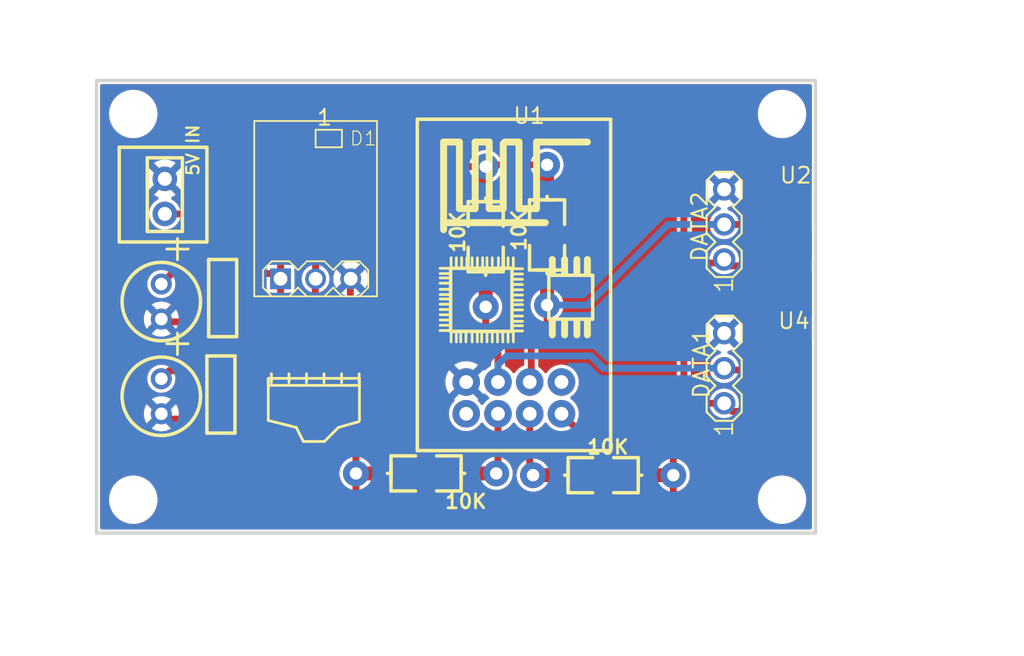
<source format=kicad_pcb>
(kicad_pcb (version 20211014) (generator pcbnew)
  (layers (0 "F.Cu" signal) (31 "B.Cu" signal) (34 "B.Paste" user) (35 "F.Paste" user) (36 "B.SilkS" user "B.Silkscreen") (37 "F.SilkS" user "F.Silkscreen") (38 "B.Mask" user) (39 "F.Mask" user) (44 "Edge.Cuts" user))
  (net 0 "")
  (net 1 "LED_DATA_2")
  (net 2 "LED_DATA_1")
  (net 3 "GND")
  (net 4 "+5V")
  (net 5 "3V3")
  (net 6 "U1_7")
  (net 7 "U1_6")
  (net 8 "U1_4")
  (net 9 "U1_5")
  (net 10 "U3_4")
  (footprint "easyeda:5V IN" (layer "F.Cu") (at 120.015 105.664 180)
    (fp_text reference "P1" hide)
    (fp_text value "5V IN" (at 3.048 5.207 -90) (layer "F.SilkS") (effects (font (size 0.9 0.9) (thickness 0.16)) (justify left)))
    (fp_line (start 2.032 7.366) (end 2.032 0.508) (layer "F.SilkS") (width 0.254))
    (fp_line (start 8.382 0.508) (end 8.382 7.366) (layer "F.SilkS") (width 0.254))
    (fp_line (start 6.35 6.604) (end 6.35 1.27) (layer "F.SilkS") (width 0.254))
    (fp_line (start 3.048 0.508) (end 8.382 0.508) (layer "F.SilkS") (width 0.254))
    (fp_line (start 8.382 7.366) (end 2.032 7.366) (layer "F.SilkS") (width 0.254))
    (fp_line (start 3.81 1.27) (end 3.81 6.604) (layer "F.SilkS") (width 0.254))
    (fp_line (start 3.81 6.604) (end 6.35 6.604) (layer "F.SilkS") (width 0.254))
    (fp_line (start 6.35 1.27) (end 3.81 1.27) (layer "F.SilkS") (width 0.254))
    (fp_line (start 2.032 0.508) (end 3.048 0.508) (layer "F.SilkS") (width 0.254))
    (pad "1" thru_hole circle locked (at 5.08 2.54 180) (size 1.778 1.778) (drill 1.016) (layers *.Cu *.Paste *.Mask) (net 4 "+5V"))
    (pad "2" thru_hole circle locked (at 5.08 5.08 180) (size 1.778 1.778) (drill 1.016) (layers *.Cu *.Paste *.Mask) (net 3 "GND"))
  )
  (footprint "easyeda:AXIAL-0.4 10K" (layer "F.Cu") (at 138.176 104.775 90)
    (fp_text reference "R1" hide)
    (fp_text value "10K" (at -1.27 -2.032 90) (layer "F.SilkS") (effects (font (size 1.016 1.016) (thickness 0.203)) (justify left)))
    (fp_line (start 0.762 1.27) (end 2.54 1.27) (layer "F.SilkS") (width 0.254))
    (fp_line (start -2.54 0.762) (end -2.54 0) (layer "F.SilkS") (width 0.254))
    (fp_line (start 2.54 -1.27) (end 0.762 -1.27) (layer "F.SilkS") (width 0.254))
    (fp_line (start -2.54 1.27) (end -0.762 1.27) (layer "F.SilkS") (width 0.254))
    (fp_line (start 2.54 1.27) (end 2.54 -1.27) (layer "F.SilkS") (width 0.254))
    (fp_line (start -2.54 0) (end -2.794 0) (layer "F.SilkS") (width 0.254))
    (fp_line (start -0.762 -1.27) (end -2.54 -1.27) (layer "F.SilkS") (width 0.254))
    (fp_line (start 2.54 -0.762) (end 2.54 0) (layer "F.SilkS") (width 0.254))
    (fp_line (start -2.54 0) (end -2.54 -0.762) (layer "F.SilkS") (width 0.254))
    (fp_line (start -2.54 -1.27) (end -2.54 1.27) (layer "F.SilkS") (width 0.254))
    (fp_line (start 2.54 0) (end 2.54 0.762) (layer "F.SilkS") (width 0.254))
    (fp_line (start 2.54 0) (end 2.794 0) (layer "F.SilkS") (width 0.254))
    (pad "1" smd rect locked (at -1.397 0 90) (size 1.6 1.801) (layers "F.Cu" "F.Paste" "F.Mask") (net 2 "LED_DATA_1"))
    (pad "1" thru_hole circle locked (at -5.08 0 90) (size 1.88 1.88) (drill 0.899) (layers *.Cu *.Paste *.Mask) (net 2 "LED_DATA_1"))
    (pad "1" smd rect locked (at -3.048 0 90) (size 2.794 1.016) (layers "F.Cu" "F.Paste" "F.Mask") (net 2 "LED_DATA_1"))
    (pad "2" smd rect locked (at 3.048 0 90) (size 2.794 1.016) (layers "F.Cu" "F.Paste" "F.Mask") (net 5 "3V3"))
    (pad "2" smd rect locked (at 1.397 0 90) (size 1.6 1.801) (layers "F.Cu" "F.Paste" "F.Mask") (net 5 "3V3"))
    (pad "2" thru_hole circle locked (at 5.08 0 90) (size 1.88 1.88) (drill 0.899) (layers *.Cu *.Paste *.Mask) (net 5 "3V3"))
  )
  (footprint "easyeda:AXIAL-0.4 10K" (layer "F.Cu") (at 142.621 104.648 90)
    (fp_text reference "R2" hide)
    (fp_text value "10K" (at -1.27 -2.032 90) (layer "F.SilkS") (effects (font (size 1.016 1.016) (thickness 0.203)) (justify left)))
    (fp_line (start -0.762 -1.27) (end -2.54 -1.27) (layer "F.SilkS") (width 0.254))
    (fp_line (start 2.54 1.27) (end 2.54 -1.27) (layer "F.SilkS") (width 0.254))
    (fp_line (start 2.54 0) (end 2.794 0) (layer "F.SilkS") (width 0.254))
    (fp_line (start 0.762 1.27) (end 2.54 1.27) (layer "F.SilkS") (width 0.254))
    (fp_line (start 2.54 0) (end 2.54 0.762) (layer "F.SilkS") (width 0.254))
    (fp_line (start -2.54 -1.27) (end -2.54 1.27) (layer "F.SilkS") (width 0.254))
    (fp_line (start 2.54 -1.27) (end 0.762 -1.27) (layer "F.SilkS") (width 0.254))
    (fp_line (start -2.54 0) (end -2.794 0) (layer "F.SilkS") (width 0.254))
    (fp_line (start 2.54 -0.762) (end 2.54 0) (layer "F.SilkS") (width 0.254))
    (fp_line (start -2.54 1.27) (end -0.762 1.27) (layer "F.SilkS") (width 0.254))
    (fp_line (start -2.54 0.762) (end -2.54 0) (layer "F.SilkS") (width 0.254))
    (fp_line (start -2.54 0) (end -2.54 -0.762) (layer "F.SilkS") (width 0.254))
    (pad "1" thru_hole circle locked (at -5.08 0 90) (size 1.88 1.88) (drill 0.899) (layers *.Cu *.Paste *.Mask) (net 1 "LED_DATA_2"))
    (pad "1" smd rect locked (at -3.048 0 90) (size 2.794 1.016) (layers "F.Cu" "F.Paste" "F.Mask") (net 1 "LED_DATA_2"))
    (pad "1" smd rect locked (at -1.397 0 90) (size 1.6 1.801) (layers "F.Cu" "F.Paste" "F.Mask") (net 1 "LED_DATA_2"))
    (pad "2" smd rect locked (at 1.397 0 90) (size 1.6 1.801) (layers "F.Cu" "F.Paste" "F.Mask") (net 5 "3V3"))
    (pad "2" thru_hole circle locked (at 5.08 0 90) (size 1.88 1.88) (drill 0.899) (layers *.Cu *.Paste *.Mask) (net 5 "3V3"))
    (pad "2" smd rect locked (at 3.048 0 90) (size 2.794 1.016) (layers "F.Cu" "F.Paste" "F.Mask") (net 5 "3V3"))
  )
  (footprint "easyeda:CAPACITOR_I" (layer "F.Cu") (at 114.681 115.062 -90)
    (fp_text reference "U7" hide)
    (fp_text value "+" (at -1.143 -1.016 -90) (layer "F.SilkS") (effects (font (size 2.032 2.032) (thickness 0.203)) (justify left)))
    (fp_circle (center 1.27 0) (end 4.11 0) (layer "F.SilkS") (width 0.254) (fill none))
    (pad "1" thru_hole circle locked (at 0 0 270) (size 1.524 1.524) (drill 0.914) (layers *.Cu *.Paste *.Mask) (net 5 "3V3"))
    (pad "2" thru_hole circle locked (at 2.54 0 270) (size 1.524 1.524) (drill 0.914) (layers *.Cu *.Paste *.Mask) (net 3 "GND"))
  )
  (footprint "AutoGenerated:MountingHole_3.00mm" (layer "F.Cu") (at 112.649 123.825)
    (fp_text reference "" (at 0 0) (layer "F.SilkS") (effects (font (size 1.27 1.27))))
    (fp_text value "" (at 0 0) (layer "F.SilkS") (effects (font (size 1.27 1.27))))
    (pad "" np_thru_hole circle locked (at 0 0) (size 3 3) (drill 3) (layers *.Cu *.Mask))
  )
  (footprint "easyeda:3PIN-HEADER" (layer "F.Cu") (at 155.448 116.84 90)
    (fp_text reference "DATA1" (at 0.254 -1.651 90) (layer "F.SilkS") (effects (font (size 1.143 1.143) (thickness 0.152)) (justify left)))
    (fp_text value "1" (at -2.54 0 90) (layer "F.SilkS") (effects (font (size 1.27 1.27) (thickness 0.127)) (justify left)))
    (fp_line (start -0.635 -1.27) (end 0.635 -1.27) (layer "F.SilkS") (width 0.152))
    (fp_line (start -1.27 0.635) (end -1.27 -0.635) (layer "F.SilkS") (width 0.152))
    (fp_line (start 6.35 -0.635) (end 6.35 0.635) (layer "F.SilkS") (width 0.152))
    (fp_line (start -1.27 -0.635) (end -0.635 -1.27) (layer "F.SilkS") (width 0.152))
    (fp_line (start 1.27 0.635) (end 0.635 1.27) (layer "F.SilkS") (width 0.152))
    (fp_line (start 1.27 -0.635) (end 1.905 -1.27) (layer "F.SilkS") (width 0.152))
    (fp_line (start 4.445 -1.27) (end 5.715 -1.27) (layer "F.SilkS") (width 0.152))
    (fp_line (start 3.81 0.635) (end 3.175 1.27) (layer "F.SilkS") (width 0.152))
    (fp_line (start 1.905 1.27) (end 1.27 0.635) (layer "F.SilkS") (width 0.152))
    (fp_line (start 5.715 -1.27) (end 6.35 -0.635) (layer "F.SilkS") (width 0.152))
    (fp_line (start 3.81 -0.635) (end 4.445 -1.27) (layer "F.SilkS") (width 0.152))
    (fp_line (start 5.715 1.27) (end 4.445 1.27) (layer "F.SilkS") (width 0.152))
    (fp_line (start 1.905 -1.27) (end 3.175 -1.27) (layer "F.SilkS") (width 0.152))
    (fp_line (start 0.635 1.27) (end -0.635 1.27) (layer "F.SilkS") (width 0.152))
    (fp_line (start 0.635 -1.27) (end 1.27 -0.635) (layer "F.SilkS") (width 0.152))
    (fp_line (start 3.175 -1.27) (end 3.81 -0.635) (layer "F.SilkS") (width 0.152))
    (fp_line (start 3.175 1.27) (end 1.905 1.27) (layer "F.SilkS") (width 0.152))
    (fp_line (start 4.445 1.27) (end 3.81 0.635) (layer "F.SilkS") (width 0.152))
    (fp_line (start -0.635 1.27) (end -1.27 0.635) (layer "F.SilkS") (width 0.152))
    (fp_line (start 6.35 0.635) (end 5.715 1.27) (layer "F.SilkS") (width 0.152))
    (pad "1" thru_hole circle locked (at 0 0 180) (size 1.626 1.626) (drill oval 1.016 1.021) (layers *.Cu *.Paste *.Mask) (net 4 "+5V"))
    (pad "2" thru_hole circle locked (at 2.54 0 180) (size 1.626 1.626) (drill oval 1.016 1.021) (layers *.Cu *.Paste *.Mask) (net 2 "LED_DATA_1"))
    (pad "3" thru_hole circle locked (at 5.08 0 180) (size 1.626 1.626) (drill oval 1.016 1.021) (layers *.Cu *.Paste *.Mask) (net 3 "GND"))
  )
  (footprint "easyeda:AXIAL-0.4 10K" (layer "F.Cu") (at 146.685 122.047)
    (fp_text reference "R4" hide)
    (fp_text value "10K" (at -1.27 -2.032) (layer "F.SilkS") (effects (font (size 1.016 1.016) (thickness 0.203)) (justify left)))
    (fp_line (start 0.762 1.27) (end 2.54 1.27) (layer "F.SilkS") (width 0.254))
    (fp_line (start -2.54 -1.27) (end -2.54 1.27) (layer "F.SilkS") (width 0.254))
    (fp_line (start 2.54 0) (end 2.794 0) (layer "F.SilkS") (width 0.254))
    (fp_line (start 2.54 0) (end 2.54 0.762) (layer "F.SilkS") (width 0.254))
    (fp_line (start 2.54 1.27) (end 2.54 -1.27) (layer "F.SilkS") (width 0.254))
    (fp_line (start -2.54 0) (end -2.54 -0.762) (layer "F.SilkS") (width 0.254))
    (fp_line (start -2.54 0) (end -2.794 0) (layer "F.SilkS") (width 0.254))
    (fp_line (start 2.54 -0.762) (end 2.54 0) (layer "F.SilkS") (width 0.254))
    (fp_line (start -0.762 -1.27) (end -2.54 -1.27) (layer "F.SilkS") (width 0.254))
    (fp_line (start -2.54 1.27) (end -0.762 1.27) (layer "F.SilkS") (width 0.254))
    (fp_line (start 2.54 -1.27) (end 0.762 -1.27) (layer "F.SilkS") (width 0.254))
    (fp_line (start -2.54 0.762) (end -2.54 0) (layer "F.SilkS") (width 0.254))
    (pad "1" thru_hole circle locked (at -5.08 0) (size 1.88 1.88) (drill 0.899) (layers *.Cu *.Paste *.Mask) (net 6 "U1_7"))
    (pad "1" smd rect locked (at -3.048 0) (size 2.794 1.016) (layers "F.Cu" "F.Paste" "F.Mask") (net 6 "U1_7"))
    (pad "1" smd rect locked (at -1.397 0) (size 1.6 1.801) (layers "F.Cu" "F.Paste" "F.Mask") (net 6 "U1_7"))
    (pad "2" smd rect locked (at 1.397 0) (size 1.6 1.801) (layers "F.Cu" "F.Paste" "F.Mask") (net 5 "3V3"))
    (pad "2" thru_hole circle locked (at 5.08 0) (size 1.88 1.88) (drill 0.899) (layers *.Cu *.Paste *.Mask) (net 5 "3V3"))
    (pad "2" smd rect locked (at 3.048 0) (size 2.794 1.016) (layers "F.Cu" "F.Paste" "F.Mask") (net 5 "3V3"))
  )
  (footprint "easyeda:3PIN-HEADER" (layer "F.Cu") (at 155.448 106.426 90)
    (fp_text reference "DATA2" (at -0.254 -1.778 90) (layer "F.SilkS") (effects (font (size 1.143 1.143) (thickness 0.152)) (justify left)))
    (fp_text value "1" (at -2.54 0 90) (layer "F.SilkS") (effects (font (size 1.27 1.27) (thickness 0.127)) (justify left)))
    (fp_line (start 3.81 0.635) (end 3.175 1.27) (layer "F.SilkS") (width 0.152))
    (fp_line (start 3.175 1.27) (end 1.905 1.27) (layer "F.SilkS") (width 0.152))
    (fp_line (start 6.35 0.635) (end 5.715 1.27) (layer "F.SilkS") (width 0.152))
    (fp_line (start 5.715 1.27) (end 4.445 1.27) (layer "F.SilkS") (width 0.152))
    (fp_line (start 1.905 -1.27) (end 3.175 -1.27) (layer "F.SilkS") (width 0.152))
    (fp_line (start -0.635 1.27) (end -1.27 0.635) (layer "F.SilkS") (width 0.152))
    (fp_line (start 1.27 -0.635) (end 1.905 -1.27) (layer "F.SilkS") (width 0.152))
    (fp_line (start 5.715 -1.27) (end 6.35 -0.635) (layer "F.SilkS") (width 0.152))
    (fp_line (start 1.27 0.635) (end 0.635 1.27) (layer "F.SilkS") (width 0.152))
    (fp_line (start -1.27 -0.635) (end -0.635 -1.27) (layer "F.SilkS") (width 0.152))
    (fp_line (start 1.905 1.27) (end 1.27 0.635) (layer "F.SilkS") (width 0.152))
    (fp_line (start 0.635 1.27) (end -0.635 1.27) (layer "F.SilkS") (width 0.152))
    (fp_line (start -1.27 0.635) (end -1.27 -0.635) (layer "F.SilkS") (width 0.152))
    (fp_line (start 4.445 1.27) (end 3.81 0.635) (layer "F.SilkS") (width 0.152))
    (fp_line (start 6.35 -0.635) (end 6.35 0.635) (layer "F.SilkS") (width 0.152))
    (fp_line (start 3.175 -1.27) (end 3.81 -0.635) (layer "F.SilkS") (width 0.152))
    (fp_line (start 4.445 -1.27) (end 5.715 -1.27) (layer "F.SilkS") (width 0.152))
    (fp_line (start 0.635 -1.27) (end 1.27 -0.635) (layer "F.SilkS") (width 0.152))
    (fp_line (start -0.635 -1.27) (end 0.635 -1.27) (layer "F.SilkS") (width 0.152))
    (fp_line (start 3.81 -0.635) (end 4.445 -1.27) (layer "F.SilkS") (width 0.152))
    (pad "1" thru_hole circle locked (at 0 0 180) (size 1.626 1.626) (drill oval 1.016 1.021) (layers *.Cu *.Paste *.Mask) (net 4 "+5V"))
    (pad "2" thru_hole circle locked (at 2.54 0 180) (size 1.626 1.626) (drill oval 1.016 1.021) (layers *.Cu *.Paste *.Mask) (net 1 "LED_DATA_2"))
    (pad "3" thru_hole circle locked (at 5.08 0 180) (size 1.626 1.626) (drill oval 1.016 1.021) (layers *.Cu *.Paste *.Mask) (net 3 "GND"))
  )
  (footprint "easyeda:3PIN-10MM-LED-STRIP" (layer "F.Cu") (at 159.258 114.427)
    (fp_text reference "U4" (at 0 -3.556) (layer "F.SilkS") (effects (font (size 1.143 1.143) (thickness 0.152)) (justify left)))
    (fp_text value "3Pin-Neopixel" hide)
    (pad "1" smd oval locked (at 0 -3 180) (size 4 2) (layers "F.Cu" "F.Paste" "F.Mask") (net 3 "GND"))
    (pad "2" smd oval locked (at 0 0 180) (size 4 2) (layers "F.Cu" "F.Paste" "F.Mask") (net 2 "LED_DATA_1"))
    (pad "3" smd oval locked (at 0 3 180) (size 4 2) (layers "F.Cu" "F.Paste" "F.Mask") (net 4 "+5V"))
  )
  (footprint "easyeda:CAPACITOR-SMD" (layer "F.Cu") (at 118.999 117.983 90)
    (fp_text reference "C3" hide)
    (fp_text value "CAPACITOR-SMD-0.1uF" hide)
    (fp_line (start -1.016 1.016) (end -1.016 -1.016) (layer "F.SilkS") (width 0.254))
    (fp_line (start 4.572 1.016) (end -1.016 1.016) (layer "F.SilkS") (width 0.254))
    (fp_line (start 4.572 -1.016) (end 4.572 1.016) (layer "F.SilkS") (width 0.254))
    (fp_line (start -1.016 -1.016) (end 4.572 -1.016) (layer "F.SilkS") (width 0.254))
    (pad "1" smd rect locked (at 0 0 90) (size 1.5 1.5) (layers "F.Cu" "F.Paste" "F.Mask") (net 3 "GND"))
    (pad "2" smd rect locked (at 3.5 0 90) (size 1.5 1.5) (layers "F.Cu" "F.Paste" "F.Mask") (net 5 "3V3"))
  )
  (footprint "easyeda:3PIN-10MM-LED-STRIP" (layer "F.Cu") (at 159.385 103.886)
    (fp_text reference "U2" (at 0 -3.556) (layer "F.SilkS") (effects (font (size 1.143 1.143) (thickness 0.152)) (justify left)))
    (fp_text value "3Pin-Neopixel" hide)
    (pad "1" smd oval locked (at 0 -3 180) (size 4 2) (layers "F.Cu" "F.Paste" "F.Mask") (net 3 "GND"))
    (pad "2" smd oval locked (at 0 0 180) (size 4 2) (layers "F.Cu" "F.Paste" "F.Mask") (net 1 "LED_DATA_2"))
    (pad "3" smd oval locked (at 0 3 180) (size 4 2) (layers "F.Cu" "F.Paste" "F.Mask") (net 4 "+5V"))
  )
  (footprint "easyeda:REG-AMS1117-3P" (layer "F.Cu") (at 125.857 102.743)
    (fp_text reference "1" (at 0 -6.604) (layer "F.SilkS") (effects (font (size 1.143 1.143) (thickness 0.152)) (justify left)))
    (fp_text value "D1" (at 2.413 -5.08) (layer "F.SilkS") (effects (font (size 1.016 1.016) (thickness 0.081)) (justify left)))
    (fp_line (start -1.905 3.81) (end -1.27 4.445) (layer "F.SilkS") (width 0.127))
    (fp_line (start 1.905 3.81) (end 3.175 3.81) (layer "F.SilkS") (width 0.127))
    (fp_line (start 0 -4.445) (end 0 -5.715) (layer "F.SilkS") (width 0.127))
    (fp_line (start 3.81 4.445) (end 3.81 5.715) (layer "F.SilkS") (width 0.127))
    (fp_line (start 3.175 3.81) (end 3.81 4.445) (layer "F.SilkS") (width 0.127))
    (fp_line (start -4.445 -6.35) (end -4.445 6.35) (layer "F.SilkS") (width 0.127))
    (fp_line (start -3.81 5.715) (end -3.81 4.445) (layer "F.SilkS") (width 0.127))
    (fp_line (start -0.635 3.81) (end 0.635 3.81) (layer "F.SilkS") (width 0.127))
    (fp_line (start -4.445 6.35) (end 4.445 6.35) (layer "F.SilkS") (width 0.127))
    (fp_line (start -3.175 3.81) (end -1.905 3.81) (layer "F.SilkS") (width 0.127))
    (fp_line (start 4.445 -6.35) (end -4.445 -6.35) (layer "F.SilkS") (width 0.127))
    (fp_line (start 1.27 5.715) (end 0.635 6.35) (layer "F.SilkS") (width 0.127))
    (fp_line (start 1.905 6.35) (end 1.27 5.715) (layer "F.SilkS") (width 0.127))
    (fp_line (start -0.635 6.35) (end -1.27 5.715) (layer "F.SilkS") (width 0.127))
    (fp_line (start -3.81 4.445) (end -3.175 3.81) (layer "F.SilkS") (width 0.127))
    (fp_line (start 1.27 4.445) (end 1.905 3.81) (layer "F.SilkS") (width 0.127))
    (fp_line (start 0 -5.715) (end 1.905 -5.715) (layer "F.SilkS") (width 0.127))
    (fp_line (start 1.905 -5.715) (end 1.905 -4.445) (layer "F.SilkS") (width 0.127))
    (fp_line (start 0.635 3.81) (end 1.27 4.445) (layer "F.SilkS") (width 0.127))
    (fp_line (start 4.445 6.35) (end 4.445 -6.35) (layer "F.SilkS") (width 0.127))
    (fp_line (start 1.905 -4.445) (end 0 -4.445) (layer "F.SilkS") (width 0.127))
    (fp_line (start -3.175 6.35) (end -3.81 5.715) (layer "F.SilkS") (width 0.127))
    (fp_line (start -1.27 5.715) (end -1.905 6.35) (layer "F.SilkS") (width 0.127))
    (fp_line (start 3.81 5.715) (end 3.175 6.35) (layer "F.SilkS") (width 0.127))
    (fp_line (start -1.27 4.445) (end -0.635 3.81) (layer "F.SilkS") (width 0.127))
    (pad "1" thru_hole rect locked (at -2.54 5.08) (size 1.508 1.508) (drill oval 1) (layers *.Cu *.Paste *.Mask) (net 4 "+5V"))
    (pad "2" thru_hole circle locked (at 0 5.08) (size 1.508 1.508) (drill oval 1) (layers *.Cu *.Paste *.Mask) (net 5 "3V3"))
    (pad "3" thru_hole circle locked (at 2.54 5.08) (size 1.508 1.508) (drill oval 1) (layers *.Cu *.Paste *.Mask) (net 3 "GND"))
  )
  (footprint "easyeda:AMS1117" (layer "F.Cu") (at 128.143 112.268)
    (fp_text reference "U3" hide)
    (fp_text value "AMS1117" hide)
    (fp_line (start 0.889 3.274) (end 0.889 5.814) (layer "F.SilkS") (width 0.201))
    (fp_line (start 0.889 2.766) (end 0.889 3.274) (layer "F.SilkS") (width 0.201))
    (fp_line (start -1.651 7.338) (end -3.175 7.338) (layer "F.SilkS") (width 0.201))
    (fp_line (start -3.683 6.322) (end -5.715 5.814) (layer "F.SilkS") (width 0.201))
    (fp_line (start 0.864 3.071) (end 0.864 2.436) (layer "F.SilkS") (width 0.201))
    (fp_line (start -5.715 2.766) (end 0.889 2.766) (layer "F.SilkS") (width 0.201))
    (fp_line (start -5.486 3.071) (end -5.486 2.436) (layer "F.SilkS") (width 0.201))
    (fp_line (start -5.715 3.274) (end -5.715 2.766) (layer "F.SilkS") (width 0.201))
    (fp_line (start -5.715 5.814) (end -5.715 2.766) (layer "F.SilkS") (width 0.201))
    (fp_line (start -0.635 6.322) (end -1.651 7.338) (layer "F.SilkS") (width 0.201))
    (fp_line (start -3.175 7.338) (end -3.683 6.322) (layer "F.SilkS") (width 0.201))
    (fp_line (start 0.889 3.274) (end -5.715 3.274) (layer "F.SilkS") (width 0.201))
    (fp_line (start -4.216 3.071) (end -4.216 2.436) (layer "F.SilkS") (width 0.201))
    (fp_line (start -0.406 3.071) (end -0.406 2.436) (layer "F.SilkS") (width 0.201))
    (fp_line (start 0.846 5.9) (end -0.635 6.322) (layer "F.SilkS") (width 0.201))
    (fp_line (start -2.946 3.071) (end -2.946 2.436) (layer "F.SilkS") (width 0.201))
    (fp_line (start -1.676 3.071) (end -1.676 2.436) (layer "F.SilkS") (width 0.201))
    (pad "1" smd rect locked (at 0.229 -0.102 270) (size 3.81 1.651) (layers "F.Cu" "F.Paste" "F.Mask") (net 3 "GND"))
    (pad "2" smd rect locked (at -2.311 -0.102 270) (size 3.81 1.651) (layers "F.Cu" "F.Paste" "F.Mask") (net 5 "3V3"))
    (pad "3" smd rect locked (at -4.851 -0.102 270) (size 3.81 1.651) (layers "F.Cu" "F.Paste" "F.Mask") (net 4 "+5V"))
    (pad "4" smd rect locked (at -2.311 5.994 270) (size 2.54 2.54) (layers "F.Cu" "F.Paste" "F.Mask") (net 10 "U3_4"))
  )
  (footprint "AutoGenerated:MountingHole_3.00mm" (layer "F.Cu") (at 159.639 95.885)
    (fp_text reference "" (at 0 0) (layer "F.SilkS") (effects (font (size 1.27 1.27))))
    (fp_text value "" (at 0 0) (layer "F.SilkS") (effects (font (size 1.27 1.27))))
    (pad "" np_thru_hole circle locked (at 0 0) (size 3 3) (drill 3) (layers *.Cu *.Mask))
  )
  (footprint "easyeda:CAPACITOR_I" (layer "F.Cu") (at 114.681 108.204 -90)
    (fp_text reference "U9" hide)
    (fp_text value "+" (at -1.143 -1.016 -90) (layer "F.SilkS") (effects (font (size 2.032 2.032) (thickness 0.203)) (justify left)))
    (fp_circle (center 1.27 0) (end 4.11 0) (layer "F.SilkS") (width 0.254) (fill none))
    (pad "1" thru_hole circle locked (at 0 0 270) (size 1.524 1.524) (drill 0.914) (layers *.Cu *.Paste *.Mask) (net 4 "+5V"))
    (pad "2" thru_hole circle locked (at 2.54 0 270) (size 1.524 1.524) (drill 0.914) (layers *.Cu *.Paste *.Mask) (net 3 "GND"))
  )
  (footprint "AutoGenerated:MountingHole_3.00mm" (layer "F.Cu") (at 159.639 123.825)
    (fp_text reference "" (at 0 0) (layer "F.SilkS") (effects (font (size 1.27 1.27))))
    (fp_text value "" (at 0 0) (layer "F.SilkS") (effects (font (size 1.27 1.27))))
    (pad "" np_thru_hole circle locked (at 0 0) (size 3 3) (drill 3) (layers *.Cu *.Mask))
  )
  (footprint "easyeda:ESP8266" (layer "F.Cu") (at 135.763 114.3)
    (fp_text reference "U1" (at 4.318 -18.288) (layer "F.SilkS") (effects (font (size 1.143 1.143) (thickness 0.152)) (justify left)))
    (fp_text value "ESP8266 MINI" hide)
    (fp_line (start 6.096 -11.557) (end 6.096 -16.383) (layer "F.SilkS") (width 0.5))
    (fp_line (start 2.508 -7.366) (end 2.508 -8.001) (layer "F.SilkS") (width 0.2))
    (fp_line (start 6.985 -3.556) (end 6.985 -6.731) (layer "F.SilkS") (width 0.254))
    (fp_line (start 4.318 -3.397) (end 5.08 -3.397) (layer "F.SilkS") (width 0.2))
    (fp_line (start -0.254 -5.334) (end -0.889 -5.334) (layer "F.SilkS") (width 0.2))
    (fp_line (start 3.715 -7.239) (end 3.715 -8.001) (layer "F.SilkS") (width 0.2))
    (fp_line (start -0.127 -7.239) (end 4.318 -7.239) (layer "F.SilkS") (width 0.254))
    (fp_line (start 2.127 -2.667) (end 2.127 -1.905) (layer "F.SilkS") (width 0.2))
    (fp_line (start 0.603 -2.667) (end 0.603 -1.905) (layer "F.SilkS") (width 0.2))
    (fp_line (start 3.81 -16.383) (end 4.826 -16.383) (layer "F.SilkS") (width 0.5))
    (fp_line (start 11.46 -18.034) (end 11.46 5.966) (layer "F.SilkS") (width 0.254))
    (fp_line (start 4.318 -5.683) (end 5.08 -5.683) (layer "F.SilkS") (width 0.2))
    (fp_line (start -0.254 -6.16) (end -0.889 -6.16) (layer "F.SilkS") (width 0.2))
    (fp_line (start 3.683 -16.256) (end 3.81 -16.383) (layer "F.SilkS") (width 0.5))
    (fp_line (start -2.54 -18.034) (end 11.46 -18.034) (layer "F.SilkS") (width 0.254))
    (fp_line (start 7.239 -7.874) (end 7.239 -6.858) (layer "F.SilkS") (width 0.5))
    (fp_line (start 2.667 -11.557) (end 3.683 -11.557) (layer "F.SilkS") (width 0.5))
    (fp_line (start 2.508 -2.54) (end 2.508 -1.905) (layer "F.SilkS") (width 0.2))
    (fp_line (start -0.127 -6.54) (end -0.889 -6.54) (layer "F.SilkS") (width 0.2))
    (fp_line (start 1.429 -7.239) (end 1.429 -8.001) (layer "F.SilkS") (width 0.2))
    (fp_line (start -0.127 -7.239) (end -0.889 -7.239) (layer "F.SilkS") (width 0.2))
    (fp_line (start 1.81 -7.366) (end 1.81 -8.001) (layer "F.SilkS") (width 0.2))
    (fp_line (start 1.651 -16.383) (end 2.667 -16.383) (layer "F.SilkS") (width 0.5))
    (fp_line (start 4.445 -6.064) (end 5.08 -6.064) (layer "F.SilkS") (width 0.2))
    (fp_line (start 0.508 -11.557) (end 1.651 -11.557) (layer "F.SilkS") (width 0.5))
    (fp_line (start 4.318 -6.445) (end 5.08 -6.445) (layer "F.SilkS") (width 0.2))
    (fp_line (start -0.127 -5.715) (end -0.889 -5.715) (layer "F.SilkS") (width 0.2))
    (fp_line (start 4.032 -7.366) (end 4.032 -8.001) (layer "F.SilkS") (width 0.2))
    (fp_line (start -0.127 -3.492) (end -0.889 -3.492) (layer "F.SilkS") (width 0.2))
    (fp_line (start -0.254 -4.635) (end -0.889 -4.635) (layer "F.SilkS") (width 0.2))
    (fp_line (start -0.635 -10.541) (end 6.731 -10.541) (layer "F.SilkS") (width 0.5))
    (fp_line (start -0.095 -7.239) (end -0.095 -8.001) (layer "F.SilkS") (width 0.2))
    (fp_line (start 10.16 -3.556) (end 6.985 -3.556) (layer "F.SilkS") (width 0.254))
    (fp_line (start 0.984 -2.54) (end 0.984 -1.905) (layer "F.SilkS") (width 0.2))
    (fp_line (start 2.889 -7.239) (end 2.889 -8.001) (layer "F.SilkS") (width 0.2))
    (fp_line (start 4.445 -6.826) (end 5.08 -6.826) (layer "F.SilkS") (width 0.2))
    (fp_line (start -0.127 -2.73) (end -0.889 -2.73) (layer "F.SilkS") (width 0.2))
    (fp_line (start -0.127 -5.017) (end -0.889 -5.017) (layer "F.SilkS") (width 0.2))
    (fp_line (start 9.779 -7.874) (end 9.779 -6.858) (layer "F.SilkS") (width 0.5))
    (fp_line (start 4.826 -11.557) (end 5.842 -11.557) (layer "F.SilkS") (width 0.5))
    (fp_line (start 2.667 -16.383) (end 2.667 -11.557) (layer "F.SilkS") (width 0.5))
    (fp_line (start 0.286 -7.366) (end 0.286 -8.001) (layer "F.SilkS") (width 0.2))
    (fp_line (start 0.667 -7.239) (end 0.667 -8.001) (layer "F.SilkS") (width 0.2))
    (fp_line (start 3.334 -7.366) (end 3.334 -8.001) (layer "F.SilkS") (width 0.2))
    (fp_line (start -0.254 -3.111) (end -0.889 -3.111) (layer "F.SilkS") (width 0.2))
    (fp_line (start 4.445 -3.778) (end 5.08 -3.778) (layer "F.SilkS") (width 0.2))
    (fp_line (start 8.128 -3.429) (end 8.128 -2.413) (layer "F.SilkS") (width 0.5))
    (fp_line (start -0.635 -16.383) (end 0.508 -16.383) (layer "F.SilkS") (width 0.5))
    (fp_line (start 4.445 -5.302) (end 5.08 -5.302) (layer "F.SilkS") (width 0.2))
    (fp_line (start 9.017 -7.874) (end 9.017 -6.858) (layer "F.SilkS") (width 0.5))
    (fp_line (start 9.779 -3.429) (end 9.779 -2.413) (layer "F.SilkS") (width 0.5))
    (fp_line (start 11.46 5.966) (end -2.54 5.966) (layer "F.SilkS") (width 0.254))
    (fp_line (start 4.318 -7.207) (end 5.08 -7.207) (layer "F.SilkS") (width 0.2))
    (fp_line (start -0.254 -3.873) (end -0.889 -3.873) (layer "F.SilkS") (width 0.2))
    (fp_line (start 8.128 -7.874) (end 8.128 -6.858) (layer "F.SilkS") (width 0.5))
    (fp_line (start 4.445 -4.604) (end 5.08 -4.604) (layer "F.SilkS") (width 0.2))
    (fp_line (start 2.889 -2.667) (end 2.889 -1.905) (layer "F.SilkS") (width 0.2))
    (fp_line (start 1.651 -11.557) (end 1.651 -16.383) (layer "F.SilkS") (width 0.5))
    (fp_line (start 4.826 -16.383) (end 4.826 -11.557) (layer "F.SilkS") (width 0.5))
    (fp_line (start 3.651 -2.667) (end 3.651 -1.905) (layer "F.SilkS") (width 0.2))
    (fp_line (start 6.985 -6.731) (end 10.16 -6.731) (layer "F.SilkS") (width 0.254))
    (fp_line (start 1.429 -2.667) (end 1.429 -1.905) (layer "F.SilkS") (width 0.2))
    (fp_line (start 7.239 -3.429) (end 7.239 -2.413) (layer "F.SilkS") (width 0.5))
    (fp_line (start -0.254 -6.858) (end -0.889 -6.858) (layer "F.SilkS") (width 0.2))
    (fp_line (start 4.318 -4.223) (end 5.08 -4.223) (layer "F.SilkS") (width 0.2))
    (fp_line (start 0.286 -2.54) (end 0.286 -1.905) (layer "F.SilkS") (width 0.2))
    (fp_line (start 9.017 -3.429) (end 9.017 -2.413) (layer "F.SilkS") (width 0.5))
    (fp_line (start -0.095 -2.667) (end -0.095 -1.905) (layer "F.SilkS") (width 0.2))
    (fp_line (start 4.318 -2.667) (end -0.127 -2.667) (layer "F.SilkS") (width 0.254))
    (fp_line (start 10.16 -6.731) (end 10.16 -3.556) (layer "F.SilkS") (width 0.254))
    (fp_line (start 3.27 -2.54) (end 3.27 -1.905) (layer "F.SilkS") (width 0.2))
    (fp_line (start 0.508 -16.383) (end 0.508 -11.557) (layer "F.SilkS") (width 0.5))
    (fp_line (start 6.096 -16.383) (end 9.779 -16.383) (layer "F.SilkS") (width 0.5))
    (fp_line (start 4.445 -3.08) (end 5.08 -3.08) (layer "F.SilkS") (width 0.2))
    (fp_line (start 4.413 -2.667) (end 4.413 -1.905) (layer "F.SilkS") (width 0.2))
    (fp_line (start -2.54 5.966) (end -2.54 -18.034) (layer "F.SilkS") (width 0.254))
    (fp_line (start 5.842 -11.557) (end 6.096 -11.557) (layer "F.SilkS") (width 0.5))
    (fp_line (start 1.81 -2.54) (end 1.81 -1.905) (layer "F.SilkS") (width 0.2))
    (fp_line (start 3.683 -11.557) (end 3.683 -16.256) (layer "F.SilkS") (width 0.5))
    (fp_line (start -0.635 -10.033) (end -0.635 -16.383) (layer "F.SilkS") (width 0.5))
    (fp_line (start 4.032 -2.54) (end 4.032 -1.905) (layer "F.SilkS") (width 0.2))
    (fp_line (start -0.127 -2.667) (end -0.127 -7.239) (layer "F.SilkS") (width 0.254))
    (fp_line (start 4.318 -4.921) (end 5.08 -4.921) (layer "F.SilkS") (width 0.2))
    (fp_line (start 4.318 -7.239) (end 4.318 -2.667) (layer "F.SilkS") (width 0.254))
    (fp_line (start 2.191 -7.239) (end 2.191 -8.001) (layer "F.SilkS") (width 0.2))
    (fp_line (start 4.318 -2.699) (end 5.08 -2.699) (layer "F.SilkS") (width 0.2))
    (fp_line (start -0.127 -4.254) (end -0.889 -4.254) (layer "F.SilkS") (width 0.2))
    (fp_line (start 1.048 -7.366) (end 1.048 -8.001) (layer "F.SilkS") (width 0.2))
    (fp_line (start 4.413 -7.239) (end 4.413 -8.001) (layer "F.SilkS") (width 0.2))
    (pad "1" thru_hole circle locked (at 1 1) (size 2 2) (drill 1) (layers *.Cu *.Paste *.Mask) (net 3 "GND"))
    (pad "2" thru_hole circle locked (at 3.3 1) (size 2 2) (drill 1) (layers *.Cu *.Paste *.Mask) (net 2 "LED_DATA_1"))
    (pad "3" thru_hole circle locked (at 5.6 1) (size 2 2) (drill 1) (layers *.Cu *.Paste *.Mask) (net 1 "LED_DATA_2"))
    (pad "4" thru_hole circle locked (at 7.9 1) (size 2 2) (drill 1) (layers *.Cu *.Paste *.Mask) (net 8 "U1_4"))
    (pad "5" thru_hole circle locked (at 1 3.3) (size 2 2) (drill 1) (layers *.Cu *.Paste *.Mask) (net 9 "U1_5"))
    (pad "6" thru_hole circle locked (at 3.3 3.3) (size 2 2) (drill 1) (layers *.Cu *.Paste *.Mask) (net 7 "U1_6"))
    (pad "7" thru_hole circle locked (at 5.6 3.3) (size 2 2) (drill 1) (layers *.Cu *.Paste *.Mask) (net 6 "U1_7"))
    (pad "8" thru_hole circle locked (at 7.9 3.3) (size 2 2) (drill 1) (layers *.Cu *.Paste *.Mask) (net 5 "3V3"))
  )
  (footprint "easyeda:CAPACITOR-SMD" (layer "F.Cu") (at 119.126 107.442 -90)
    (fp_text reference "C2" hide)
    (fp_text value "CAPACITOR-SMD-0.1uF" hide)
    (fp_line (start -1.016 -1.016) (end 4.572 -1.016) (layer "F.SilkS") (width 0.254))
    (fp_line (start -1.016 1.016) (end -1.016 -1.016) (layer "F.SilkS") (width 0.254))
    (fp_line (start 4.572 1.016) (end -1.016 1.016) (layer "F.SilkS") (width 0.254))
    (fp_line (start 4.572 -1.016) (end 4.572 1.016) (layer "F.SilkS") (width 0.254))
    (pad "1" smd rect locked (at 0 0 270) (size 1.5 1.5) (layers "F.Cu" "F.Paste" "F.Mask") (net 4 "+5V"))
    (pad "2" smd rect locked (at 3.5 0 270) (size 1.5 1.5) (layers "F.Cu" "F.Paste" "F.Mask") (net 3 "GND"))
  )
  (footprint "AutoGenerated:MountingHole_3.00mm" (layer "F.Cu") (at 112.649 95.885)
    (fp_text reference "" (at 0 0) (layer "F.SilkS") (effects (font (size 1.27 1.27))))
    (fp_text value "" (at 0 0) (layer "F.SilkS") (effects (font (size 1.27 1.27))))
    (pad "" np_thru_hole circle locked (at 0 0) (size 3 3) (drill 3) (layers *.Cu *.Mask))
  )
  (footprint "easyeda:AXIAL-0.4 10K" (layer "F.Cu") (at 133.858 121.92 180)
    (fp_text reference "R3" hide)
    (fp_text value "10K" (at -1.27 -2.032 180) (layer "F.SilkS") (effects (font (size 1.016 1.016) (thickness 0.203)) (justify left)))
    (fp_line (start 2.54 0) (end 2.794 0) (layer "F.SilkS") (width 0.254))
    (fp_line (start -2.54 0) (end -2.54 -0.762) (layer "F.SilkS") (width 0.254))
    (fp_line (start 2.54 1.27) (end 2.54 -1.27) (layer "F.SilkS") (width 0.254))
    (fp_line (start 0.762 1.27) (end 2.54 1.27) (layer "F.SilkS") (width 0.254))
    (fp_line (start -0.762 -1.27) (end -2.54 -1.27) (layer "F.SilkS") (width 0.254))
    (fp_line (start 2.54 -0.762) (end 2.54 0) (layer "F.SilkS") (width 0.254))
    (fp_line (start -2.54 0.762) (end -2.54 0) (layer "F.SilkS") (width 0.254))
    (fp_line (start -2.54 0) (end -2.794 0) (layer "F.SilkS") (width 0.254))
    (fp_line (start -2.54 1.27) (end -0.762 1.27) (layer "F.SilkS") (width 0.254))
    (fp_line (start 2.54 -1.27) (end 0.762 -1.27) (layer "F.SilkS") (width 0.254))
    (fp_line (start 2.54 0) (end 2.54 0.762) (layer "F.SilkS") (width 0.254))
    (fp_line (start -2.54 -1.27) (end -2.54 1.27) (layer "F.SilkS") (width 0.254))
    (pad "1" smd rect locked (at -3.048 0 180) (size 2.794 1.016) (layers "F.Cu" "F.Paste" "F.Mask") (net 7 "U1_6"))
    (pad "1" smd rect locked (at -1.397 0 180) (size 1.6 1.801) (layers "F.Cu" "F.Paste" "F.Mask") (net 7 "U1_6"))
    (pad "1" thru_hole circle locked (at -5.08 0 180) (size 1.88 1.88) (drill 0.899) (layers *.Cu *.Paste *.Mask) (net 7 "U1_6"))
    (pad "2" smd rect locked (at 3.048 0 180) (size 2.794 1.016) (layers "F.Cu" "F.Paste" "F.Mask") (net 5 "3V3"))
    (pad "2" thru_hole circle locked (at 5.08 0 180) (size 1.88 1.88) (drill 0.899) (layers *.Cu *.Paste *.Mask) (net 5 "3V3"))
    (pad "2" smd rect locked (at 1.397 0 180) (size 1.6 1.801) (layers "F.Cu" "F.Paste" "F.Mask") (net 5 "3V3"))
  )
  (gr_line (start 109.997 95.357) (end 109.997 93.472) (layer "Edge.Cuts") (width 0.254))
  (gr_line (start 162.052 93.472) (end 162.052 126.238) (layer "Edge.Cuts") (width 0.254))
  (gr_line (start 109.997 93.472) (end 162.052 93.472) (layer "Edge.Cuts") (width 0.254))
  (gr_line (start 109.997 126.238) (end 109.997 95.357) (layer "Edge.Cuts") (width 0.254))
  (gr_line (start 162.052 126.238) (end 109.997 126.238) (layer "Edge.Cuts") (width 0.254))
  (segment (start 141.478 112.141) (end 141.478 115.185) (width 0.5) (layer "F.Cu") (net 1))
  (segment (start 142.621 110.998) (end 141.478 112.141) (width 0.5) (layer "F.Cu") (net 1))
  (segment (start 159.385 103.886) (end 155.448 103.886) (width 0.5) (layer "F.Cu") (net 1))
  (segment (start 142.621 109.728) (end 142.621 110.998) (width 0.5) (layer "F.Cu") (net 1))
  (segment (start 141.478 115.185) (end 141.363 115.3) (width 0.5) (layer "F.Cu") (net 1))
  (segment (start 155.448 103.886) (end 151.384 103.886) (width 0.5) (layer "B.Cu") (net 1))
  (segment (start 151.384 103.886) (end 145.542 109.728) (width 0.5) (layer "B.Cu") (net 1))
  (segment (start 145.542 109.728) (end 142.621 109.728) (width 0.5) (layer "B.Cu") (net 1))
  (segment (start 159.258 114.427) (end 155.575 114.427) (width 0.5) (layer "F.Cu") (net 2))
  (segment (start 138.176 109.855) (end 138.176 111.887) (width 0.5) (layer "F.Cu") (net 2))
  (segment (start 155.575 114.427) (end 155.448 114.3) (width 0.5) (layer "F.Cu") (net 2))
  (segment (start 139.065 112.776) (end 139.062 115.301) (width 0.5) (layer "F.Cu") (net 2))
  (segment (start 138.176 111.887) (end 139.065 112.776) (width 0.5) (layer "F.Cu") (net 2))
  (segment (start 146.685 114.3) (end 145.796 113.411) (width 0.5) (layer "B.Cu") (net 2))
  (segment (start 139.7 113.411) (end 139.062 114.049) (width 0.5) (layer "B.Cu") (net 2))
  (segment (start 145.796 113.411) (end 139.7 113.411) (width 0.5) (layer "B.Cu") (net 2))
  (segment (start 155.448 114.3) (end 146.685 114.3) (width 0.5) (layer "B.Cu") (net 2))
  (segment (start 139.062 114.049) (end 139.062 115.301) (width 0.5) (layer "B.Cu") (net 2))
  (segment (start 115.062 117.983) (end 118.999 117.983) (width 0.5) (layer "F.Cu") (net 3))
  (segment (start 128.372 112.166) (end 128.372 107.848) (width 0.5) (layer "F.Cu") (net 3))
  (segment (start 114.879 110.942) (end 114.681 110.744) (width 0.5) (layer "F.Cu") (net 3))
  (segment (start 128.372 107.848) (end 128.397 107.823) (width 0.5) (layer "F.Cu") (net 3))
  (segment (start 119.126 110.942) (end 114.879 110.942) (width 0.5) (layer "F.Cu") (net 3))
  (segment (start 114.681 117.602) (end 115.062 117.983) (width 0.5) (layer "F.Cu") (net 3))
  (segment (start 123.317 112.141) (end 123.317 107.823) (width 0.5) (layer "F.Cu") (net 4))
  (segment (start 153.543 116.84) (end 152.527 115.824) (width 0.5) (layer "F.Cu") (net 4))
  (segment (start 153.67 106.68) (end 155.194 106.68) (width 0.5) (layer "F.Cu") (net 4))
  (segment (start 114.935 103.124) (end 122.047 103.124) (width 0.5) (layer "F.Cu") (net 4))
  (segment (start 155.448 116.84) (end 153.543 116.84) (width 0.5) (layer "F.Cu") (net 4))
  (segment (start 124.333 96.647) (end 121.92 99.06) (width 0.5) (layer "F.Cu") (net 4))
  (segment (start 152.527 107.823) (end 153.67 106.68) (width 0.5) (layer "F.Cu") (net 4))
  (segment (start 152.527 99.314) (end 149.86 96.647) (width 0.5) (layer "F.Cu") (net 4))
  (segment (start 149.86 96.647) (end 124.333 96.647) (width 0.5) (layer "F.Cu") (net 4))
  (segment (start 119.126 107.442) (end 115.443 107.442) (width 0.5) (layer "F.Cu") (net 4))
  (segment (start 121.92 99.06) (end 121.92 101.201) (width 0.5) (layer "F.Cu") (net 4))
  (segment (start 159.258 117.427) (end 156.035 117.427) (width 0.5) (layer "F.Cu") (net 4))
  (segment (start 152.527 115.824) (end 152.527 107.823) (width 0.5) (layer "F.Cu") (net 4))
  (segment (start 115.443 107.442) (end 114.681 108.204) (width 0.5) (layer "F.Cu") (net 4))
  (segment (start 152.527 107.823) (end 152.527 99.314) (width 0.5) (layer "F.Cu") (net 4))
  (segment (start 123.317 107.823) (end 122.936 107.442) (width 0.5) (layer "F.Cu") (net 4))
  (segment (start 121.92 101.201) (end 119.997 103.124) (width 0.5) (layer "F.Cu") (net 4))
  (segment (start 122.936 107.442) (end 119.126 107.442) (width 0.5) (layer "F.Cu") (net 4))
  (segment (start 123.292 112.166) (end 123.317 112.141) (width 0.5) (layer "F.Cu") (net 4))
  (segment (start 155.194 106.68) (end 155.448 106.426) (width 0.5) (layer "F.Cu") (net 4))
  (segment (start 155.908 106.886) (end 155.448 106.426) (width 0.5) (layer "F.Cu") (net 4))
  (segment (start 123.317 104.394) (end 123.317 107.823) (width 0.5) (layer "F.Cu") (net 4))
  (segment (start 159.385 106.886) (end 155.908 106.886) (width 0.5) (layer "F.Cu") (net 4))
  (segment (start 122.047 103.124) (end 123.317 104.394) (width 0.5) (layer "F.Cu") (net 4))
  (segment (start 156.035 117.427) (end 155.448 116.84) (width 0.5) (layer "F.Cu") (net 4))
  (segment (start 138.303 99.568) (end 138.176 99.695) (width 0.5) (layer "F.Cu") (net 5))
  (segment (start 142.621 99.568) (end 138.303 99.568) (width 0.5) (layer "F.Cu") (net 5))
  (segment (start 128.778 117.729) (end 125.832 114.783) (width 0.5) (layer "F.Cu") (net 5))
  (segment (start 125.832 107.848) (end 125.857 107.823) (width 0.5) (layer "F.Cu") (net 5))
  (segment (start 151.765 119.761) (end 151.13 119.126) (width 0.5) (layer "F.Cu") (net 5))
  (segment (start 128.778 121.92) (end 128.778 117.729) (width 0.5) (layer "F.Cu") (net 5))
  (segment (start 151.765 123.444) (end 150.876 124.333) (width 0.5) (layer "F.Cu") (net 5))
  (segment (start 151.13 119.126) (end 145.189 119.126) (width 0.5) (layer "F.Cu") (net 5))
  (segment (start 125.832 112.166) (end 125.832 107.848) (width 0.5) (layer "F.Cu") (net 5))
  (segment (start 125.832 114.783) (end 125.832 112.166) (width 0.5) (layer "F.Cu") (net 5))
  (segment (start 118.999 114.935) (end 118.999 114.483) (width 0.5) (layer "F.Cu") (net 5))
  (segment (start 125.832 114.452) (end 125.349 114.935) (width 0.5) (layer "F.Cu") (net 5))
  (segment (start 125.857 102.489) (end 125.857 107.823) (width 0.5) (layer "F.Cu") (net 5))
  (segment (start 114.681 115.062) (end 115.26 114.483) (width 0.5) (layer "F.Cu") (net 5))
  (segment (start 125.832 112.166) (end 125.832 114.452) (width 0.5) (layer "F.Cu") (net 5))
  (segment (start 138.176 99.695) (end 128.651 99.695) (width 0.5) (layer "F.Cu") (net 5))
  (segment (start 150.876 124.333) (end 129.54 124.333) (width 0.5) (layer "F.Cu") (net 5))
  (segment (start 151.765 122.047) (end 151.765 119.761) (width 0.5) (layer "F.Cu") (net 5))
  (segment (start 128.778 123.571) (end 128.778 121.92) (width 0.5) (layer "F.Cu") (net 5))
  (segment (start 151.765 122.047) (end 151.765 123.444) (width 0.5) (layer "F.Cu") (net 5))
  (segment (start 129.54 124.333) (end 128.778 123.571) (width 0.5) (layer "F.Cu") (net 5))
  (segment (start 125.349 114.935) (end 118.999 114.935) (width 0.5) (layer "F.Cu") (net 5))
  (segment (start 115.26 114.483) (end 118.999 114.483) (width 0.5) (layer "F.Cu") (net 5))
  (segment (start 128.651 99.695) (end 125.857 102.489) (width 0.5) (layer "F.Cu") (net 5))
  (segment (start 145.189 119.126) (end 143.663 117.6) (width 0.5) (layer "F.Cu") (net 5))
  (segment (start 141.363 121.805) (end 141.605 122.047) (width 0.5) (layer "F.Cu") (net 6))
  (segment (start 141.363 117.6) (end 141.363 121.805) (width 0.5) (layer "F.Cu") (net 6))
  (segment (start 139.063 121.795) (end 138.938 121.92) (width 0.5) (layer "F.Cu") (net 7))
  (segment (start 139.063 117.6) (end 139.063 121.795) (width 0.5) (layer "F.Cu") (net 7))
  (zone (net 3) (net_name "GND") (layer "F.Cu") (connect_pads (clearance 0.254)) (min_thickness 0.254) (fill yes (thermal_gap 0.508) (thermal_bridge_width 0.508))
    (polygon (pts (xy 102.997 87.63) (xy 102.997 128.524) (xy 108.712 134.239) (xy 172.974 134.239) (xy 172.974 93.472) (xy 170.307 90.805)))
  )
  (zone (net 3) (net_name "GND") (layer "B.Cu") (connect_pads (clearance 0.254)) (min_thickness 0.254) (fill yes (thermal_gap 0.508) (thermal_bridge_width 0.508))
    (polygon (pts (xy 104.648 87.757) (xy 104.648 134.112) (xy 104.394 134.366) (xy 176.403 134.366) (xy 177.165 135.128) (xy 177.165 90.043) (xy 175.26 88.138)))
  )
)
</source>
